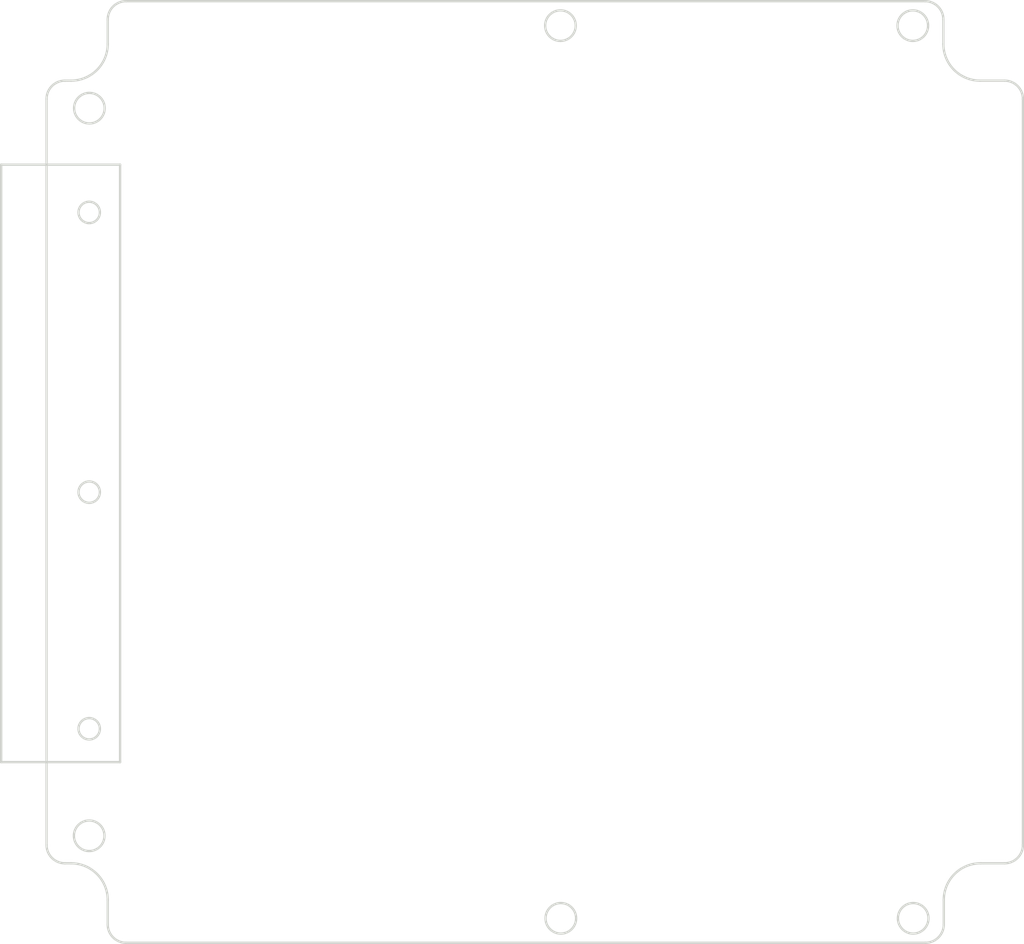
<source format=kicad_pcb>
(kicad_pcb (version 3) (host pcbnew "(2013-07-07 BZR 4022)-stable")

  (general
    (links 0)
    (no_connects 0)
    (area -0.160021 -165.656261 167.368221 -11.158219)
    (thickness 1.6)
    (drawings 38)
    (tracks 0)
    (zones 0)
    (modules 0)
    (nets 1)
  )

  (page A3)
  (layers
    (15 F.Cu signal)
    (0 B.Cu signal)
    (16 B.Adhes user)
    (17 F.Adhes user)
    (18 B.Paste user)
    (19 F.Paste user)
    (20 B.SilkS user)
    (21 F.SilkS user)
    (22 B.Mask user)
    (23 F.Mask user)
    (24 Dwgs.User user)
    (25 Cmts.User user)
    (26 Eco1.User user)
    (27 Eco2.User user)
    (28 Edge.Cuts user)
  )

  (setup
    (last_trace_width 0.254)
    (trace_clearance 0.254)
    (zone_clearance 0.381)
    (zone_45_only no)
    (trace_min 0.254)
    (segment_width 0.381)
    (edge_width 0.381)
    (via_size 0.889)
    (via_drill 0.635)
    (via_min_size 0.889)
    (via_min_drill 0.508)
    (uvia_size 0.508)
    (uvia_drill 0.127)
    (uvias_allowed no)
    (uvia_min_size 0.508)
    (uvia_min_drill 0.127)
    (pcb_text_width 0.3048)
    (pcb_text_size 1.524 2.032)
    (mod_edge_width 0.381)
    (mod_text_size 1.524 1.524)
    (mod_text_width 0.3048)
    (pad_size 1.524 1.524)
    (pad_drill 0.508)
    (pad_to_mask_clearance 0.2)
    (aux_axis_origin 0 0)
    (visible_elements FFFFFFBF)
    (pcbplotparams
      (layerselection 3178497)
      (usegerberextensions true)
      (excludeedgelayer true)
      (linewidth 0.100000)
      (plotframeref false)
      (viasonmask false)
      (mode 1)
      (useauxorigin false)
      (hpglpennumber 1)
      (hpglpenspeed 20)
      (hpglpendiameter 15)
      (hpglpenoverlay 2)
      (psnegative false)
      (psa4output false)
      (plotreference true)
      (plotvalue true)
      (plotothertext true)
      (plotinvisibletext false)
      (padsonsilk false)
      (subtractmaskfromsilk false)
      (outputformat 1)
      (mirror false)
      (drillshape 1)
      (scaleselection 1)
      (outputdirectory ""))
  )

  (net 0 "")

  (net_class Default "This is the default net class."
    (clearance 0.254)
    (trace_width 0.254)
    (via_dia 0.889)
    (via_drill 0.635)
    (uvia_dia 0.508)
    (uvia_drill 0.127)
    (add_net "")
  )

  (gr_circle (center 14.46276 -147.95246) (end 16.96466 -147.95246) (layer Edge.Cuts) (width 0.381))
  (gr_circle (center 14.43228 -28.86202) (end 16.93418 -28.86202) (layer Edge.Cuts) (width 0.381))
  (gr_circle (center 91.52128 -161.46272) (end 94.02318 -161.46272) (layer Edge.Cuts) (width 0.381))
  (gr_circle (center 149.16404 -161.46272) (end 151.66594 -161.46272) (layer Edge.Cuts) (width 0.381))
  (gr_circle (center 91.58478 -15.35176) (end 94.08668 -15.35176) (layer Edge.Cuts) (width 0.381))
  (gr_circle (center 149.22754 -15.35176) (end 151.72944 -15.35176) (layer Edge.Cuts) (width 0.381))
  (gr_line (start 10.45972 -24.3586) (end 11.46048 -24.3586) (angle 90) (layer Edge.Cuts) (width 0.381))
  (gr_line (start 17.46504 -18.35404) (end 17.46504 -14.351) (angle 90) (layer Edge.Cuts) (width 0.381))
  (gr_arc (start 11.46048 -18.35404) (end 17.46504 -18.35404) (angle -90) (layer Edge.Cuts) (width 0.381))
  (gr_line (start 7.45744 -27.36088) (end 7.45744 -149.4536) (angle 90) (layer Edge.Cuts) (width 0.381))
  (gr_line (start 10.45972 -152.45588) (end 11.46048 -152.45588) (angle 90) (layer Edge.Cuts) (width 0.381))
  (gr_line (start 17.46504 -158.46044) (end 17.46504 -162.46348) (angle 90) (layer Edge.Cuts) (width 0.381))
  (gr_arc (start 11.46048 -158.46044) (end 11.46048 -152.45588) (angle -90) (layer Edge.Cuts) (width 0.381))
  (gr_arc (start 10.45972 -149.4536) (end 10.45972 -152.45588) (angle -90) (layer Edge.Cuts) (width 0.381))
  (gr_arc (start 10.45972 -27.36088) (end 7.45744 -27.36088) (angle -90) (layer Edge.Cuts) (width 0.381))
  (gr_line (start 164.17544 -152.45588) (end 160.16732 -152.45588) (angle 90) (layer Edge.Cuts) (width 0.381))
  (gr_line (start 154.16276 -158.46044) (end 154.16276 -162.46348) (angle 90) (layer Edge.Cuts) (width 0.381))
  (gr_line (start 154.23134 -18.35404) (end 154.23134 -14.351) (angle 90) (layer Edge.Cuts) (width 0.381))
  (gr_arc (start 160.16732 -158.46044) (end 154.16276 -158.46044) (angle -90) (layer Edge.Cuts) (width 0.381))
  (gr_line (start 160.2359 -24.3586) (end 160.2359 -24.3586) (angle 90) (layer Edge.Cuts) (width 0.381))
  (gr_arc (start 160.2359 -18.35404) (end 160.2359 -24.3586) (angle -90) (layer Edge.Cuts) (width 0.381))
  (gr_line (start 160.2359 -24.3586) (end 164.17544 -24.3586) (angle 90) (layer Edge.Cuts) (width 0.381))
  (gr_line (start 20.46732 -11.34872) (end 151.22906 -11.34872) (angle 90) (layer Edge.Cuts) (width 0.381))
  (gr_line (start 20.46732 -165.46576) (end 151.16048 -165.46576) (angle 90) (layer Edge.Cuts) (width 0.381))
  (gr_line (start 167.17772 -149.4536) (end 167.17772 -27.36088) (angle 90) (layer Edge.Cuts) (width 0.381))
  (gr_arc (start 20.46732 -162.46348) (end 20.46732 -165.46576) (angle -89.9) (layer Edge.Cuts) (width 0.381))
  (gr_arc (start 151.16048 -162.46348) (end 154.16276 -162.46348) (angle -90) (layer Edge.Cuts) (width 0.381))
  (gr_arc (start 164.17544 -149.4536) (end 167.17772 -149.4536) (angle -90) (layer Edge.Cuts) (width 0.381))
  (gr_arc (start 164.17544 -27.36088) (end 164.17544 -24.3586) (angle -90) (layer Edge.Cuts) (width 0.381))
  (gr_arc (start 151.22906 -14.351) (end 151.22906 -11.34872) (angle -89.9) (layer Edge.Cuts) (width 0.381))
  (gr_circle (center 14.43228 -46.37532) (end 16.18234 -46.37532) (layer Edge.Cuts) (width 0.381))
  (gr_circle (center 14.43228 -130.88874) (end 16.18234 -130.88874) (layer Edge.Cuts) (width 0.381))
  (gr_circle (center 14.43228 -85.10524) (end 16.18234 -85.10524) (layer Edge.Cuts) (width 0.381))
  (gr_arc (start 20.46732 -14.351) (end 17.46504 -14.351) (angle -90) (layer Edge.Cuts) (width 0.381))
  (gr_line (start 19.48688 -138.70178) (end 0.03048 -138.70178) (angle 90) (layer Edge.Cuts) (width 0.381))
  (gr_line (start 0.03048 -138.70178) (end 0.03048 -40.91432) (angle 90) (layer Edge.Cuts) (width 0.381))
  (gr_line (start 0.03048 -40.91432) (end 19.48688 -40.91432) (angle 90) (layer Edge.Cuts) (width 0.381))
  (gr_line (start 19.48688 -40.91432) (end 19.48688 -138.70178) (angle 90) (layer Edge.Cuts) (width 0.381))

)

</source>
